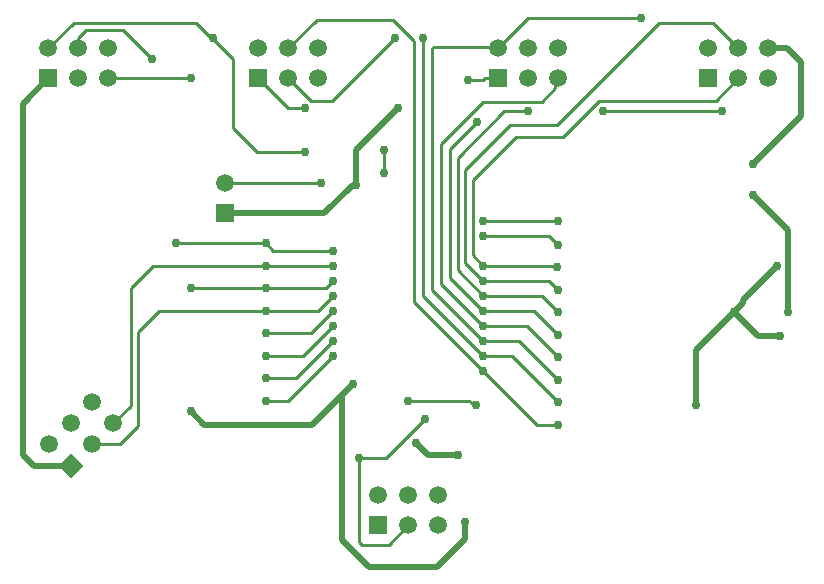
<source format=gbl>
G04*
G04 #@! TF.GenerationSoftware,Altium Limited,Altium Designer,19.1.5 (86)*
G04*
G04 Layer_Physical_Order=2*
G04 Layer_Color=16711680*
%FSLAX25Y25*%
%MOIN*%
G70*
G01*
G75*
%ADD35C,0.02000*%
%ADD36C,0.01000*%
%ADD37P,0.08352X4X90.0*%
%ADD38C,0.05906*%
%ADD39R,0.05906X0.05906*%
%ADD40R,0.05906X0.05906*%
%ADD41C,0.03000*%
D35*
X21500Y44500D02*
Y161500D01*
X30000Y170000D01*
X21500Y44500D02*
X25142Y40858D01*
X37500D01*
X276328Y180000D02*
X281000Y175328D01*
X270000Y180000D02*
X276328D01*
X281000Y157500D02*
Y175328D01*
X265000Y141500D02*
X281000Y157500D01*
X132500Y146000D02*
X146500Y160000D01*
X132500Y134500D02*
Y146000D01*
X131500Y134500D02*
X132500D01*
X122000Y125000D02*
X131500Y134500D01*
X89000Y125000D02*
X122000D01*
X118000Y54500D02*
X128000Y64500D01*
X82000Y54500D02*
X118000D01*
X77500Y59000D02*
X82000Y54500D01*
X169000Y16500D02*
Y22000D01*
X159500Y7000D02*
X169000Y16500D01*
X137000Y7000D02*
X159500D01*
X128000Y16000D02*
X137000Y7000D01*
X128000Y16000D02*
Y64500D01*
X131500Y68000D01*
X152500Y48500D02*
X156500Y44500D01*
X166500D01*
X246000Y61000D02*
Y79500D01*
X258500Y92000D01*
X266500Y84000D01*
X274000D01*
X261682Y95182D02*
Y96182D01*
X273000Y107500D01*
X258500Y92000D02*
X261682Y95182D01*
X276500Y92000D02*
Y119500D01*
X265000Y131000D02*
X276500Y119500D01*
D36*
X215000Y159000D02*
X254500D01*
X190000Y190000D02*
X227500D01*
X180000Y180000D02*
X190000Y190000D01*
X50000Y170000D02*
X77500D01*
X100000D02*
X110000Y160000D01*
X115500D01*
X117500Y162500D02*
X124500D01*
X110000Y170000D02*
X117500Y162500D01*
X124500D02*
X145500Y183500D01*
X155000Y97500D02*
Y183500D01*
Y97500D02*
X175000Y77500D01*
X152000Y95500D02*
Y182500D01*
X145000Y189500D02*
X152000Y182500D01*
X119500Y189500D02*
X145000D01*
X110000Y180000D02*
X119500Y189500D01*
X85000Y183000D02*
X91500Y176500D01*
X85000Y183000D02*
Y183500D01*
X91500Y153500D02*
Y176500D01*
Y153500D02*
X99500Y145500D01*
X115500D01*
X105000Y112500D02*
X125000D01*
X72500Y115000D02*
X102500D01*
X105000Y112500D01*
X102500Y107500D02*
X125000D01*
X40000Y183500D02*
X42500Y186000D01*
X40000Y180000D02*
Y183500D01*
X42500Y186000D02*
X55000D01*
X64500Y176500D01*
X89000Y135000D02*
X121000D01*
X79459Y188500D02*
X84459Y183500D01*
X38500Y188500D02*
X79459D01*
X30000Y180000D02*
X38500Y188500D01*
X84459Y183500D02*
X85000D01*
X175047Y169500D02*
X175547Y170000D01*
X170000Y169500D02*
X175047D01*
X175547Y170000D02*
X180000D01*
X142000Y138500D02*
Y146000D01*
X77500Y100000D02*
X102500D01*
X67000Y92500D02*
X102500D01*
X60000Y85500D02*
X67000Y92500D01*
X60000Y54000D02*
Y85500D01*
X53929Y47929D02*
X60000Y54000D01*
X44571Y47929D02*
X53929D01*
X65000Y107500D02*
X102500D01*
X57500Y100000D02*
X65000Y107500D01*
X57500Y60858D02*
Y100000D01*
X51642Y55000D02*
X57500Y60858D01*
X252500Y162500D02*
X260000Y170000D01*
X213500Y162500D02*
X252500D01*
X201500Y150500D02*
X213500Y162500D01*
X186000Y150500D02*
X201500D01*
X171500Y136000D02*
X186000Y150500D01*
X171500Y111000D02*
Y136000D01*
Y111000D02*
X175000Y107500D01*
X233500Y188500D02*
X251500D01*
X260000Y180000D01*
X199500Y154500D02*
X233500Y188500D01*
X184000Y154500D02*
X199500D01*
X169000Y139500D02*
X184000Y154500D01*
X169000Y108500D02*
Y139500D01*
Y108500D02*
X175000Y102500D01*
X166500Y143500D02*
X182000Y159000D01*
X166500Y106000D02*
Y143500D01*
Y106000D02*
X175000Y97500D01*
X164000Y146500D02*
X173000Y155500D01*
X164000Y103500D02*
Y146500D01*
Y103500D02*
X175000Y92500D01*
Y122500D02*
X200000D01*
X175000Y97500D02*
X194500D01*
X200000Y92000D01*
X182000Y159000D02*
X190000D01*
X175000Y102500D02*
X197000D01*
X200000Y99500D01*
X194500Y162000D02*
X199061Y166561D01*
Y169061D01*
X200000Y170000D01*
X175000Y162000D02*
X194500D01*
X161000Y148000D02*
X175000Y162000D01*
X161000Y101500D02*
Y148000D01*
Y101500D02*
X175000Y87500D01*
X158000Y179914D02*
X158586Y180500D01*
X179500D01*
X180000Y180000D01*
X158000Y99500D02*
Y179914D01*
Y99500D02*
X175000Y82500D01*
X152000Y95500D02*
X175000Y72500D01*
X189500Y87500D02*
X200000Y77000D01*
X175000Y87500D02*
X189500D01*
X175000Y92500D02*
X192000D01*
X200000Y84500D01*
X175000Y117500D02*
X197000D01*
X200000Y114500D01*
X171959Y61000D02*
X172500D01*
X170459Y62500D02*
X171959Y61000D01*
X150000Y62500D02*
X170459D01*
X102500D02*
X110000D01*
X125000Y77500D01*
X102500Y70000D02*
X112500D01*
X125000Y82500D01*
X102500Y77500D02*
X115000D01*
X125000Y87500D01*
X102500Y85000D02*
X117500D01*
X125000Y92500D01*
X102500D02*
X120000D01*
X125000Y97500D01*
X102500Y100000D02*
X122500D01*
X125000Y102500D01*
X193000Y54500D02*
X200000D01*
X175000Y72500D02*
X193000Y54500D01*
X184500Y77500D02*
X200000Y62000D01*
X175000Y77500D02*
X184500D01*
X187000Y82500D02*
X200000Y69500D01*
X175000Y82500D02*
X187000D01*
X199250Y107250D02*
X199500Y107000D01*
X175250Y107250D02*
X199250D01*
X175000Y107500D02*
X175250Y107250D01*
X143500Y14500D02*
X150000Y21000D01*
X134500Y14500D02*
X143500D01*
X133500Y15500D02*
X134500Y14500D01*
X133500Y15500D02*
Y43500D01*
X142500D01*
X155500Y56500D01*
D37*
X37500Y40858D02*
D03*
D38*
X30429Y47929D02*
D03*
X44571D02*
D03*
X37500Y55000D02*
D03*
X51642D02*
D03*
X44571Y62071D02*
D03*
X89000Y135000D02*
D03*
X160000Y31000D02*
D03*
Y21000D02*
D03*
X150000Y31000D02*
D03*
Y21000D02*
D03*
X140000Y31000D02*
D03*
X120000Y180000D02*
D03*
Y170000D02*
D03*
X110000Y180000D02*
D03*
Y170000D02*
D03*
X100000Y180000D02*
D03*
X200000D02*
D03*
Y170000D02*
D03*
X190000Y180000D02*
D03*
Y170000D02*
D03*
X180000Y180000D02*
D03*
X270000D02*
D03*
Y170000D02*
D03*
X260000Y180000D02*
D03*
Y170000D02*
D03*
X250000Y180000D02*
D03*
X50000D02*
D03*
Y170000D02*
D03*
X40000Y180000D02*
D03*
Y170000D02*
D03*
X30000Y180000D02*
D03*
D39*
X89000Y125000D02*
D03*
D40*
X140000Y21000D02*
D03*
X100000Y170000D02*
D03*
X180000D02*
D03*
X250000D02*
D03*
X30000D02*
D03*
D41*
X215000Y159000D02*
D03*
X254500D02*
D03*
X227500Y190000D02*
D03*
X77500Y170000D02*
D03*
X115500Y160000D02*
D03*
X145500Y183500D02*
D03*
X155000D02*
D03*
X265000Y141500D02*
D03*
X115500Y145500D02*
D03*
X125000Y112500D02*
D03*
Y107500D02*
D03*
X64500Y176500D02*
D03*
X121000Y135000D02*
D03*
X85000Y183500D02*
D03*
X170000Y169500D02*
D03*
X146500Y160000D02*
D03*
X142000Y138500D02*
D03*
Y146000D02*
D03*
X132500Y134500D02*
D03*
X77500Y59000D02*
D03*
X72500Y115000D02*
D03*
X77500Y100000D02*
D03*
X169000Y22000D02*
D03*
X131500Y68000D02*
D03*
X175000Y122500D02*
D03*
X190000Y159000D02*
D03*
X173000Y155500D02*
D03*
X175000Y102500D02*
D03*
Y92500D02*
D03*
Y117500D02*
D03*
Y87500D02*
D03*
X172500Y61000D02*
D03*
X150000Y62500D02*
D03*
X152500Y48500D02*
D03*
X166500Y44500D02*
D03*
X246000Y61000D02*
D03*
X274000Y84000D02*
D03*
X102500Y62500D02*
D03*
X125000Y77500D02*
D03*
X102500Y70000D02*
D03*
X125000Y82500D02*
D03*
X102500Y77500D02*
D03*
X125000Y87500D02*
D03*
X102500Y85000D02*
D03*
X125000Y92500D02*
D03*
X102500D02*
D03*
X125000Y97500D02*
D03*
X102500Y100000D02*
D03*
X125000Y102500D02*
D03*
X102500Y107500D02*
D03*
Y115000D02*
D03*
X200000Y54500D02*
D03*
X175000Y72500D02*
D03*
X200000Y62000D02*
D03*
X175000Y77500D02*
D03*
X200000Y69500D02*
D03*
X175000Y82500D02*
D03*
X200000Y77000D02*
D03*
Y84500D02*
D03*
Y92000D02*
D03*
X175000Y97500D02*
D03*
X200000Y99500D02*
D03*
X199500Y107000D02*
D03*
X175000Y107500D02*
D03*
X200000Y114500D02*
D03*
Y122500D02*
D03*
X133500Y43500D02*
D03*
X155500Y56500D02*
D03*
X258500Y92000D02*
D03*
X273000Y107500D02*
D03*
X276500Y92000D02*
D03*
X265000Y131000D02*
D03*
M02*

</source>
